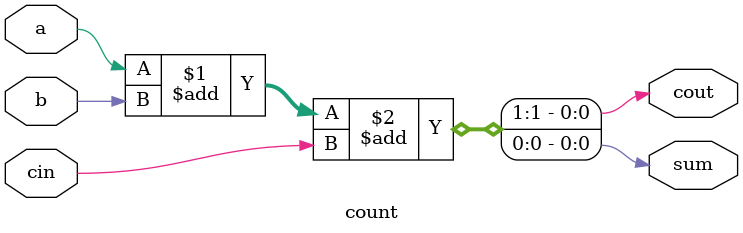
<source format=v>
`timescale 1ns / 1ps
module count(
    input a,
    input b,
    input cin,
    output sum,
    output cout
    );
	assign {cout,sum}=a+b+cin;

endmodule

</source>
